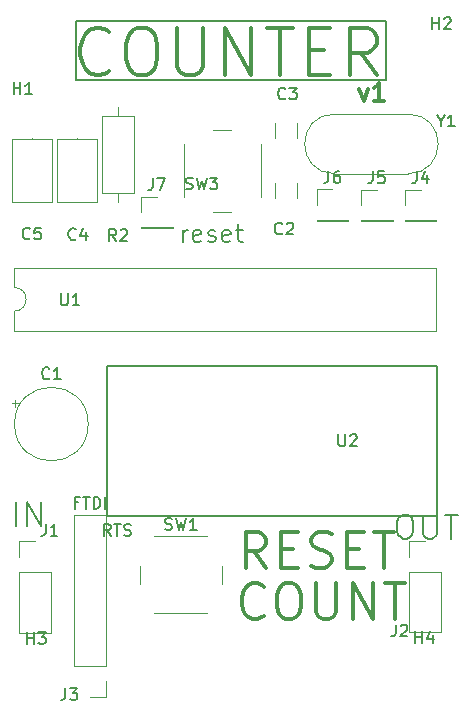
<source format=gto>
G04 #@! TF.GenerationSoftware,KiCad,Pcbnew,5.0.0-fee4fd1~66~ubuntu14.04.1*
G04 #@! TF.CreationDate,2018-10-15T15:43:49-07:00*
G04 #@! TF.ProjectId,count,636F756E742E6B696361645F70636200,rev?*
G04 #@! TF.SameCoordinates,Original*
G04 #@! TF.FileFunction,Legend,Top*
G04 #@! TF.FilePolarity,Positive*
%FSLAX46Y46*%
G04 Gerber Fmt 4.6, Leading zero omitted, Abs format (unit mm)*
G04 Created by KiCad (PCBNEW 5.0.0-fee4fd1~66~ubuntu14.04.1) date Mon Oct 15 15:43:49 2018*
%MOMM*%
%LPD*%
G01*
G04 APERTURE LIST*
%ADD10C,0.200000*%
%ADD11C,0.300000*%
%ADD12C,0.150000*%
%ADD13C,0.120000*%
G04 APERTURE END LIST*
D10*
X157512000Y-107515161D02*
X157892952Y-107515161D01*
X158083428Y-107610400D01*
X158273904Y-107800876D01*
X158369142Y-108181828D01*
X158369142Y-108848495D01*
X158273904Y-109229447D01*
X158083428Y-109419923D01*
X157892952Y-109515161D01*
X157512000Y-109515161D01*
X157321523Y-109419923D01*
X157131047Y-109229447D01*
X157035809Y-108848495D01*
X157035809Y-108181828D01*
X157131047Y-107800876D01*
X157321523Y-107610400D01*
X157512000Y-107515161D01*
X159226285Y-107515161D02*
X159226285Y-109134209D01*
X159321523Y-109324685D01*
X159416761Y-109419923D01*
X159607238Y-109515161D01*
X159988190Y-109515161D01*
X160178666Y-109419923D01*
X160273904Y-109324685D01*
X160369142Y-109134209D01*
X160369142Y-107515161D01*
X161035809Y-107515161D02*
X162178666Y-107515161D01*
X161607238Y-109515161D02*
X161607238Y-107515161D01*
X156042360Y-65755520D02*
X156042360Y-70655180D01*
D11*
X145706128Y-116031828D02*
X145563271Y-116174685D01*
X145134700Y-116317542D01*
X144848985Y-116317542D01*
X144420414Y-116174685D01*
X144134700Y-115888971D01*
X143991842Y-115603257D01*
X143848985Y-115031828D01*
X143848985Y-114603257D01*
X143991842Y-114031828D01*
X144134700Y-113746114D01*
X144420414Y-113460400D01*
X144848985Y-113317542D01*
X145134700Y-113317542D01*
X145563271Y-113460400D01*
X145706128Y-113603257D01*
X147563271Y-113317542D02*
X148134700Y-113317542D01*
X148420414Y-113460400D01*
X148706128Y-113746114D01*
X148848985Y-114317542D01*
X148848985Y-115317542D01*
X148706128Y-115888971D01*
X148420414Y-116174685D01*
X148134700Y-116317542D01*
X147563271Y-116317542D01*
X147277557Y-116174685D01*
X146991842Y-115888971D01*
X146848985Y-115317542D01*
X146848985Y-114317542D01*
X146991842Y-113746114D01*
X147277557Y-113460400D01*
X147563271Y-113317542D01*
X150134700Y-113317542D02*
X150134700Y-115746114D01*
X150277557Y-116031828D01*
X150420414Y-116174685D01*
X150706128Y-116317542D01*
X151277557Y-116317542D01*
X151563271Y-116174685D01*
X151706128Y-116031828D01*
X151848985Y-115746114D01*
X151848985Y-113317542D01*
X153277557Y-116317542D02*
X153277557Y-113317542D01*
X154991842Y-116317542D01*
X154991842Y-113317542D01*
X155991842Y-113317542D02*
X157706128Y-113317542D01*
X156848985Y-116317542D02*
X156848985Y-113317542D01*
X145896557Y-111986842D02*
X144896557Y-110558271D01*
X144182271Y-111986842D02*
X144182271Y-108986842D01*
X145325128Y-108986842D01*
X145610842Y-109129700D01*
X145753700Y-109272557D01*
X145896557Y-109558271D01*
X145896557Y-109986842D01*
X145753700Y-110272557D01*
X145610842Y-110415414D01*
X145325128Y-110558271D01*
X144182271Y-110558271D01*
X147182271Y-110415414D02*
X148182271Y-110415414D01*
X148610842Y-111986842D02*
X147182271Y-111986842D01*
X147182271Y-108986842D01*
X148610842Y-108986842D01*
X149753700Y-111843985D02*
X150182271Y-111986842D01*
X150896557Y-111986842D01*
X151182271Y-111843985D01*
X151325128Y-111701128D01*
X151467985Y-111415414D01*
X151467985Y-111129700D01*
X151325128Y-110843985D01*
X151182271Y-110701128D01*
X150896557Y-110558271D01*
X150325128Y-110415414D01*
X150039414Y-110272557D01*
X149896557Y-110129700D01*
X149753700Y-109843985D01*
X149753700Y-109558271D01*
X149896557Y-109272557D01*
X150039414Y-109129700D01*
X150325128Y-108986842D01*
X151039414Y-108986842D01*
X151467985Y-109129700D01*
X152753700Y-110415414D02*
X153753700Y-110415414D01*
X154182271Y-111986842D02*
X152753700Y-111986842D01*
X152753700Y-108986842D01*
X154182271Y-108986842D01*
X155039414Y-108986842D02*
X156753700Y-108986842D01*
X155896557Y-111986842D02*
X155896557Y-108986842D01*
X153817771Y-71458971D02*
X154174914Y-72458971D01*
X154532057Y-71458971D01*
X155889200Y-72458971D02*
X155032057Y-72458971D01*
X155460628Y-72458971D02*
X155460628Y-70958971D01*
X155317771Y-71173257D01*
X155174914Y-71316114D01*
X155032057Y-71387542D01*
D12*
X132751580Y-109291380D02*
X132418247Y-108815190D01*
X132180152Y-109291380D02*
X132180152Y-108291380D01*
X132561104Y-108291380D01*
X132656342Y-108339000D01*
X132703961Y-108386619D01*
X132751580Y-108481857D01*
X132751580Y-108624714D01*
X132703961Y-108719952D01*
X132656342Y-108767571D01*
X132561104Y-108815190D01*
X132180152Y-108815190D01*
X133037295Y-108291380D02*
X133608723Y-108291380D01*
X133323009Y-109291380D02*
X133323009Y-108291380D01*
X133894438Y-109243761D02*
X134037295Y-109291380D01*
X134275390Y-109291380D01*
X134370628Y-109243761D01*
X134418247Y-109196142D01*
X134465866Y-109100904D01*
X134465866Y-109005666D01*
X134418247Y-108910428D01*
X134370628Y-108862809D01*
X134275390Y-108815190D01*
X134084914Y-108767571D01*
X133989676Y-108719952D01*
X133942057Y-108672333D01*
X133894438Y-108577095D01*
X133894438Y-108481857D01*
X133942057Y-108386619D01*
X133989676Y-108339000D01*
X134084914Y-108291380D01*
X134323009Y-108291380D01*
X134465866Y-108339000D01*
D10*
X124733180Y-108448361D02*
X124733180Y-106448361D01*
X125685561Y-108448361D02*
X125685561Y-106448361D01*
X126828419Y-108448361D01*
X126828419Y-106448361D01*
D12*
X138871628Y-84396971D02*
X138871628Y-83396971D01*
X138871628Y-83682685D02*
X138943057Y-83539828D01*
X139014485Y-83468400D01*
X139157342Y-83396971D01*
X139300200Y-83396971D01*
X140371628Y-84325542D02*
X140228771Y-84396971D01*
X139943057Y-84396971D01*
X139800200Y-84325542D01*
X139728771Y-84182685D01*
X139728771Y-83611257D01*
X139800200Y-83468400D01*
X139943057Y-83396971D01*
X140228771Y-83396971D01*
X140371628Y-83468400D01*
X140443057Y-83611257D01*
X140443057Y-83754114D01*
X139728771Y-83896971D01*
X141014485Y-84325542D02*
X141157342Y-84396971D01*
X141443057Y-84396971D01*
X141585914Y-84325542D01*
X141657342Y-84182685D01*
X141657342Y-84111257D01*
X141585914Y-83968400D01*
X141443057Y-83896971D01*
X141228771Y-83896971D01*
X141085914Y-83825542D01*
X141014485Y-83682685D01*
X141014485Y-83611257D01*
X141085914Y-83468400D01*
X141228771Y-83396971D01*
X141443057Y-83396971D01*
X141585914Y-83468400D01*
X142871628Y-84325542D02*
X142728771Y-84396971D01*
X142443057Y-84396971D01*
X142300200Y-84325542D01*
X142228771Y-84182685D01*
X142228771Y-83611257D01*
X142300200Y-83468400D01*
X142443057Y-83396971D01*
X142728771Y-83396971D01*
X142871628Y-83468400D01*
X142943057Y-83611257D01*
X142943057Y-83754114D01*
X142228771Y-83896971D01*
X143371628Y-83396971D02*
X143943057Y-83396971D01*
X143585914Y-82896971D02*
X143585914Y-84182685D01*
X143657342Y-84325542D01*
X143800200Y-84396971D01*
X143943057Y-84396971D01*
D10*
X129819400Y-70688200D02*
X129819400Y-65760600D01*
X156032200Y-70662800D02*
X129794000Y-70662800D01*
X129819400Y-65735200D02*
X156057600Y-65735200D01*
D11*
X132613871Y-69894271D02*
X132428157Y-70084747D01*
X131871014Y-70275223D01*
X131499585Y-70275223D01*
X130942442Y-70084747D01*
X130571014Y-69703795D01*
X130385300Y-69322842D01*
X130199585Y-68560938D01*
X130199585Y-67989509D01*
X130385300Y-67227604D01*
X130571014Y-66846652D01*
X130942442Y-66465700D01*
X131499585Y-66275223D01*
X131871014Y-66275223D01*
X132428157Y-66465700D01*
X132613871Y-66656176D01*
X135028157Y-66275223D02*
X135771014Y-66275223D01*
X136142442Y-66465700D01*
X136513871Y-66846652D01*
X136699585Y-67608557D01*
X136699585Y-68941890D01*
X136513871Y-69703795D01*
X136142442Y-70084747D01*
X135771014Y-70275223D01*
X135028157Y-70275223D01*
X134656728Y-70084747D01*
X134285300Y-69703795D01*
X134099585Y-68941890D01*
X134099585Y-67608557D01*
X134285300Y-66846652D01*
X134656728Y-66465700D01*
X135028157Y-66275223D01*
X138371014Y-66275223D02*
X138371014Y-69513319D01*
X138556728Y-69894271D01*
X138742442Y-70084747D01*
X139113871Y-70275223D01*
X139856728Y-70275223D01*
X140228157Y-70084747D01*
X140413871Y-69894271D01*
X140599585Y-69513319D01*
X140599585Y-66275223D01*
X142456728Y-70275223D02*
X142456728Y-66275223D01*
X144685300Y-70275223D01*
X144685300Y-66275223D01*
X145985300Y-66275223D02*
X148213871Y-66275223D01*
X147099585Y-70275223D02*
X147099585Y-66275223D01*
X149513871Y-68179985D02*
X150813871Y-68179985D01*
X151371014Y-70275223D02*
X149513871Y-70275223D01*
X149513871Y-66275223D01*
X151371014Y-66275223D01*
X155271014Y-70275223D02*
X153971014Y-68370461D01*
X153042442Y-70275223D02*
X153042442Y-66275223D01*
X154528157Y-66275223D01*
X154899585Y-66465700D01*
X155085300Y-66656176D01*
X155271014Y-67037128D01*
X155271014Y-67608557D01*
X155085300Y-67989509D01*
X154899585Y-68179985D01*
X154528157Y-68370461D01*
X153042442Y-68370461D01*
D13*
G04 #@! TO.C,U1*
X124603200Y-88255600D02*
G75*
G02X124603200Y-90255600I0J-1000000D01*
G01*
X124603200Y-90255600D02*
X124603200Y-91905600D01*
X124603200Y-91905600D02*
X160283200Y-91905600D01*
X160283200Y-91905600D02*
X160283200Y-86605600D01*
X160283200Y-86605600D02*
X124603200Y-86605600D01*
X124603200Y-86605600D02*
X124603200Y-88255600D01*
D12*
G04 #@! TO.C,U2*
X132486400Y-94894400D02*
X132486400Y-107594400D01*
X132486400Y-107594400D02*
X160426400Y-107594400D01*
X160426400Y-107594400D02*
X160426400Y-94894400D01*
X160426400Y-94894400D02*
X132486400Y-94894400D01*
D13*
G04 #@! TO.C,J3*
X132343200Y-107534400D02*
X129683200Y-107534400D01*
X132343200Y-120294400D02*
X132343200Y-107534400D01*
X129683200Y-120294400D02*
X129683200Y-107534400D01*
X132343200Y-120294400D02*
X129683200Y-120294400D01*
X132343200Y-121564400D02*
X132343200Y-122894400D01*
X132343200Y-122894400D02*
X131013200Y-122894400D01*
G04 #@! TO.C,C1*
X130862000Y-99822000D02*
G75*
G03X130862000Y-99822000I-3120000J0D01*
G01*
X124402251Y-98067000D02*
X125002251Y-98067000D01*
X124702251Y-97767000D02*
X124702251Y-98367000D01*
G04 #@! TO.C,C2*
X146679400Y-79411800D02*
X146679400Y-80669800D01*
X148519400Y-79411800D02*
X148519400Y-80669800D01*
G04 #@! TO.C,C3*
X146679400Y-75627900D02*
X146679400Y-74369900D01*
X148519400Y-75627900D02*
X148519400Y-74369900D01*
G04 #@! TO.C,C4*
X129895600Y-75607400D02*
X129895600Y-75647400D01*
X129895600Y-81027400D02*
X129895600Y-80987400D01*
X128225600Y-75647400D02*
X128225600Y-80987400D01*
X131565600Y-75647400D02*
X128225600Y-75647400D01*
X131565600Y-80987400D02*
X131565600Y-75647400D01*
X128225600Y-80987400D02*
X131565600Y-80987400D01*
G04 #@! TO.C,C5*
X127755600Y-75654400D02*
X124415600Y-75654400D01*
X124415600Y-75654400D02*
X124415600Y-80994400D01*
X124415600Y-80994400D02*
X127755600Y-80994400D01*
X127755600Y-80994400D02*
X127755600Y-75654400D01*
X126085600Y-75614400D02*
X126085600Y-75654400D01*
X126085600Y-81034400D02*
X126085600Y-80994400D01*
G04 #@! TO.C,J1*
X125035000Y-109744200D02*
X126365000Y-109744200D01*
X125035000Y-111074200D02*
X125035000Y-109744200D01*
X125035000Y-112344200D02*
X127695000Y-112344200D01*
X127695000Y-112344200D02*
X127695000Y-117484200D01*
X125035000Y-112344200D02*
X125035000Y-117484200D01*
X125035000Y-117484200D02*
X127695000Y-117484200D01*
G04 #@! TO.C,J2*
X158055000Y-117458800D02*
X160715000Y-117458800D01*
X158055000Y-112318800D02*
X158055000Y-117458800D01*
X160715000Y-112318800D02*
X160715000Y-117458800D01*
X158055000Y-112318800D02*
X160715000Y-112318800D01*
X158055000Y-111048800D02*
X158055000Y-109718800D01*
X158055000Y-109718800D02*
X159385000Y-109718800D01*
G04 #@! TO.C,R2*
X133400800Y-72972800D02*
X133400800Y-73742800D01*
X133400800Y-81052800D02*
X133400800Y-80282800D01*
X132030800Y-73742800D02*
X132030800Y-80282800D01*
X134770800Y-73742800D02*
X132030800Y-73742800D01*
X134770800Y-80282800D02*
X134770800Y-73742800D01*
X132030800Y-80282800D02*
X134770800Y-80282800D01*
G04 #@! TO.C,SW3*
X142954000Y-74885600D02*
X141454000Y-74885600D01*
X138954000Y-76135600D02*
X138954000Y-80635600D01*
X141454000Y-81885600D02*
X142954000Y-81885600D01*
X145454000Y-80635600D02*
X145454000Y-76135600D01*
G04 #@! TO.C,Y1*
X151712300Y-73573400D02*
X157962300Y-73573400D01*
X151712300Y-78623400D02*
X157962300Y-78623400D01*
X151712300Y-78623400D02*
G75*
G02X151712300Y-73573400I0J2525000D01*
G01*
X157962300Y-78623400D02*
G75*
G03X157962300Y-73573400I0J2525000D01*
G01*
G04 #@! TO.C,J4*
X157674000Y-82635400D02*
X160334000Y-82635400D01*
X157674000Y-82575400D02*
X157674000Y-82635400D01*
X160334000Y-82575400D02*
X160334000Y-82635400D01*
X157674000Y-82575400D02*
X160334000Y-82575400D01*
X157674000Y-81305400D02*
X157674000Y-79975400D01*
X157674000Y-79975400D02*
X159004000Y-79975400D01*
G04 #@! TO.C,J5*
X153965600Y-79975400D02*
X155295600Y-79975400D01*
X153965600Y-81305400D02*
X153965600Y-79975400D01*
X153965600Y-82575400D02*
X156625600Y-82575400D01*
X156625600Y-82575400D02*
X156625600Y-82635400D01*
X153965600Y-82575400D02*
X153965600Y-82635400D01*
X153965600Y-82635400D02*
X156625600Y-82635400D01*
G04 #@! TO.C,J6*
X150206400Y-82622700D02*
X152866400Y-82622700D01*
X150206400Y-82562700D02*
X150206400Y-82622700D01*
X152866400Y-82562700D02*
X152866400Y-82622700D01*
X150206400Y-82562700D02*
X152866400Y-82562700D01*
X150206400Y-81292700D02*
X150206400Y-79962700D01*
X150206400Y-79962700D02*
X151536400Y-79962700D01*
G04 #@! TO.C,J7*
X135347400Y-80559600D02*
X136677400Y-80559600D01*
X135347400Y-81889600D02*
X135347400Y-80559600D01*
X135347400Y-83159600D02*
X138007400Y-83159600D01*
X138007400Y-83159600D02*
X138007400Y-83219600D01*
X135347400Y-83159600D02*
X135347400Y-83219600D01*
X135347400Y-83219600D02*
X138007400Y-83219600D01*
G04 #@! TO.C,SW1*
X142208200Y-113337600D02*
X142208200Y-111837600D01*
X140958200Y-109337600D02*
X136458200Y-109337600D01*
X135208200Y-111837600D02*
X135208200Y-113337600D01*
X136458200Y-115837600D02*
X140958200Y-115837600D01*
G04 #@! TO.C,U1*
D12*
X128549495Y-88758780D02*
X128549495Y-89568304D01*
X128597114Y-89663542D01*
X128644733Y-89711161D01*
X128739971Y-89758780D01*
X128930447Y-89758780D01*
X129025685Y-89711161D01*
X129073304Y-89663542D01*
X129120923Y-89568304D01*
X129120923Y-88758780D01*
X130120923Y-89758780D02*
X129549495Y-89758780D01*
X129835209Y-89758780D02*
X129835209Y-88758780D01*
X129739971Y-88901638D01*
X129644733Y-88996876D01*
X129549495Y-89044495D01*
G04 #@! TO.C,U2*
X152044495Y-100696780D02*
X152044495Y-101506304D01*
X152092114Y-101601542D01*
X152139733Y-101649161D01*
X152234971Y-101696780D01*
X152425447Y-101696780D01*
X152520685Y-101649161D01*
X152568304Y-101601542D01*
X152615923Y-101506304D01*
X152615923Y-100696780D01*
X153044495Y-100792019D02*
X153092114Y-100744400D01*
X153187352Y-100696780D01*
X153425447Y-100696780D01*
X153520685Y-100744400D01*
X153568304Y-100792019D01*
X153615923Y-100887257D01*
X153615923Y-100982495D01*
X153568304Y-101125352D01*
X152996876Y-101696780D01*
X153615923Y-101696780D01*
G04 #@! TO.C,J3*
X128927266Y-122185180D02*
X128927266Y-122899466D01*
X128879647Y-123042323D01*
X128784409Y-123137561D01*
X128641552Y-123185180D01*
X128546314Y-123185180D01*
X129308219Y-122185180D02*
X129927266Y-122185180D01*
X129593933Y-122566133D01*
X129736790Y-122566133D01*
X129832028Y-122613752D01*
X129879647Y-122661371D01*
X129927266Y-122756609D01*
X129927266Y-122994704D01*
X129879647Y-123089942D01*
X129832028Y-123137561D01*
X129736790Y-123185180D01*
X129451076Y-123185180D01*
X129355838Y-123137561D01*
X129308219Y-123089942D01*
X130037009Y-106462971D02*
X129703676Y-106462971D01*
X129703676Y-106986780D02*
X129703676Y-105986780D01*
X130179866Y-105986780D01*
X130417961Y-105986780D02*
X130989390Y-105986780D01*
X130703676Y-106986780D02*
X130703676Y-105986780D01*
X131322723Y-106986780D02*
X131322723Y-105986780D01*
X131560819Y-105986780D01*
X131703676Y-106034400D01*
X131798914Y-106129638D01*
X131846533Y-106224876D01*
X131894152Y-106415352D01*
X131894152Y-106558209D01*
X131846533Y-106748685D01*
X131798914Y-106843923D01*
X131703676Y-106939161D01*
X131560819Y-106986780D01*
X131322723Y-106986780D01*
X132322723Y-106986780D02*
X132322723Y-105986780D01*
G04 #@! TO.C,C1*
X127575333Y-95929142D02*
X127527714Y-95976761D01*
X127384857Y-96024380D01*
X127289619Y-96024380D01*
X127146761Y-95976761D01*
X127051523Y-95881523D01*
X127003904Y-95786285D01*
X126956285Y-95595809D01*
X126956285Y-95452952D01*
X127003904Y-95262476D01*
X127051523Y-95167238D01*
X127146761Y-95072000D01*
X127289619Y-95024380D01*
X127384857Y-95024380D01*
X127527714Y-95072000D01*
X127575333Y-95119619D01*
X128527714Y-96024380D02*
X127956285Y-96024380D01*
X128242000Y-96024380D02*
X128242000Y-95024380D01*
X128146761Y-95167238D01*
X128051523Y-95262476D01*
X127956285Y-95310095D01*
G04 #@! TO.C,C2*
X147280333Y-83669142D02*
X147232714Y-83716761D01*
X147089857Y-83764380D01*
X146994619Y-83764380D01*
X146851761Y-83716761D01*
X146756523Y-83621523D01*
X146708904Y-83526285D01*
X146661285Y-83335809D01*
X146661285Y-83192952D01*
X146708904Y-83002476D01*
X146756523Y-82907238D01*
X146851761Y-82812000D01*
X146994619Y-82764380D01*
X147089857Y-82764380D01*
X147232714Y-82812000D01*
X147280333Y-82859619D01*
X147661285Y-82859619D02*
X147708904Y-82812000D01*
X147804142Y-82764380D01*
X148042238Y-82764380D01*
X148137476Y-82812000D01*
X148185095Y-82859619D01*
X148232714Y-82954857D01*
X148232714Y-83050095D01*
X148185095Y-83192952D01*
X147613666Y-83764380D01*
X148232714Y-83764380D01*
G04 #@! TO.C,C3*
X147559733Y-72239142D02*
X147512114Y-72286761D01*
X147369257Y-72334380D01*
X147274019Y-72334380D01*
X147131161Y-72286761D01*
X147035923Y-72191523D01*
X146988304Y-72096285D01*
X146940685Y-71905809D01*
X146940685Y-71762952D01*
X146988304Y-71572476D01*
X147035923Y-71477238D01*
X147131161Y-71382000D01*
X147274019Y-71334380D01*
X147369257Y-71334380D01*
X147512114Y-71382000D01*
X147559733Y-71429619D01*
X147893066Y-71334380D02*
X148512114Y-71334380D01*
X148178780Y-71715333D01*
X148321638Y-71715333D01*
X148416876Y-71762952D01*
X148464495Y-71810571D01*
X148512114Y-71905809D01*
X148512114Y-72143904D01*
X148464495Y-72239142D01*
X148416876Y-72286761D01*
X148321638Y-72334380D01*
X148035923Y-72334380D01*
X147940685Y-72286761D01*
X147893066Y-72239142D01*
G04 #@! TO.C,C4*
X129805133Y-84151742D02*
X129757514Y-84199361D01*
X129614657Y-84246980D01*
X129519419Y-84246980D01*
X129376561Y-84199361D01*
X129281323Y-84104123D01*
X129233704Y-84008885D01*
X129186085Y-83818409D01*
X129186085Y-83675552D01*
X129233704Y-83485076D01*
X129281323Y-83389838D01*
X129376561Y-83294600D01*
X129519419Y-83246980D01*
X129614657Y-83246980D01*
X129757514Y-83294600D01*
X129805133Y-83342219D01*
X130662276Y-83580314D02*
X130662276Y-84246980D01*
X130424180Y-83199361D02*
X130186085Y-83913647D01*
X130805133Y-83913647D01*
G04 #@! TO.C,C5*
X125918933Y-84100942D02*
X125871314Y-84148561D01*
X125728457Y-84196180D01*
X125633219Y-84196180D01*
X125490361Y-84148561D01*
X125395123Y-84053323D01*
X125347504Y-83958085D01*
X125299885Y-83767609D01*
X125299885Y-83624752D01*
X125347504Y-83434276D01*
X125395123Y-83339038D01*
X125490361Y-83243800D01*
X125633219Y-83196180D01*
X125728457Y-83196180D01*
X125871314Y-83243800D01*
X125918933Y-83291419D01*
X126823695Y-83196180D02*
X126347504Y-83196180D01*
X126299885Y-83672371D01*
X126347504Y-83624752D01*
X126442742Y-83577133D01*
X126680838Y-83577133D01*
X126776076Y-83624752D01*
X126823695Y-83672371D01*
X126871314Y-83767609D01*
X126871314Y-84005704D01*
X126823695Y-84100942D01*
X126776076Y-84148561D01*
X126680838Y-84196180D01*
X126442742Y-84196180D01*
X126347504Y-84148561D01*
X126299885Y-84100942D01*
G04 #@! TO.C,J1*
X127250866Y-108291380D02*
X127250866Y-109005666D01*
X127203247Y-109148523D01*
X127108009Y-109243761D01*
X126965152Y-109291380D01*
X126869914Y-109291380D01*
X128250866Y-109291380D02*
X127679438Y-109291380D01*
X127965152Y-109291380D02*
X127965152Y-108291380D01*
X127869914Y-108434238D01*
X127774676Y-108529476D01*
X127679438Y-108577095D01*
G04 #@! TO.C,J2*
X156892666Y-116800380D02*
X156892666Y-117514666D01*
X156845047Y-117657523D01*
X156749809Y-117752761D01*
X156606952Y-117800380D01*
X156511714Y-117800380D01*
X157321238Y-116895619D02*
X157368857Y-116848000D01*
X157464095Y-116800380D01*
X157702190Y-116800380D01*
X157797428Y-116848000D01*
X157845047Y-116895619D01*
X157892666Y-116990857D01*
X157892666Y-117086095D01*
X157845047Y-117228952D01*
X157273619Y-117800380D01*
X157892666Y-117800380D01*
G04 #@! TO.C,R2*
X133234133Y-84323180D02*
X132900800Y-83846990D01*
X132662704Y-84323180D02*
X132662704Y-83323180D01*
X133043657Y-83323180D01*
X133138895Y-83370800D01*
X133186514Y-83418419D01*
X133234133Y-83513657D01*
X133234133Y-83656514D01*
X133186514Y-83751752D01*
X133138895Y-83799371D01*
X133043657Y-83846990D01*
X132662704Y-83846990D01*
X133615085Y-83418419D02*
X133662704Y-83370800D01*
X133757942Y-83323180D01*
X133996038Y-83323180D01*
X134091276Y-83370800D01*
X134138895Y-83418419D01*
X134186514Y-83513657D01*
X134186514Y-83608895D01*
X134138895Y-83751752D01*
X133567466Y-84323180D01*
X134186514Y-84323180D01*
G04 #@! TO.C,SW3*
X139128666Y-79906761D02*
X139271523Y-79954380D01*
X139509619Y-79954380D01*
X139604857Y-79906761D01*
X139652476Y-79859142D01*
X139700095Y-79763904D01*
X139700095Y-79668666D01*
X139652476Y-79573428D01*
X139604857Y-79525809D01*
X139509619Y-79478190D01*
X139319142Y-79430571D01*
X139223904Y-79382952D01*
X139176285Y-79335333D01*
X139128666Y-79240095D01*
X139128666Y-79144857D01*
X139176285Y-79049619D01*
X139223904Y-79002000D01*
X139319142Y-78954380D01*
X139557238Y-78954380D01*
X139700095Y-79002000D01*
X140033428Y-78954380D02*
X140271523Y-79954380D01*
X140462000Y-79240095D01*
X140652476Y-79954380D01*
X140890571Y-78954380D01*
X141176285Y-78954380D02*
X141795333Y-78954380D01*
X141462000Y-79335333D01*
X141604857Y-79335333D01*
X141700095Y-79382952D01*
X141747714Y-79430571D01*
X141795333Y-79525809D01*
X141795333Y-79763904D01*
X141747714Y-79859142D01*
X141700095Y-79906761D01*
X141604857Y-79954380D01*
X141319142Y-79954380D01*
X141223904Y-79906761D01*
X141176285Y-79859142D01*
G04 #@! TO.C,Y1*
X160712209Y-74144190D02*
X160712209Y-74620380D01*
X160378876Y-73620380D02*
X160712209Y-74144190D01*
X161045542Y-73620380D01*
X161902685Y-74620380D02*
X161331257Y-74620380D01*
X161616971Y-74620380D02*
X161616971Y-73620380D01*
X161521733Y-73763238D01*
X161426495Y-73858476D01*
X161331257Y-73906095D01*
G04 #@! TO.C,H1*
X124536295Y-71902580D02*
X124536295Y-70902580D01*
X124536295Y-71378771D02*
X125107723Y-71378771D01*
X125107723Y-71902580D02*
X125107723Y-70902580D01*
X126107723Y-71902580D02*
X125536295Y-71902580D01*
X125822009Y-71902580D02*
X125822009Y-70902580D01*
X125726771Y-71045438D01*
X125631533Y-71140676D01*
X125536295Y-71188295D01*
G04 #@! TO.C,H2*
X159994695Y-66390780D02*
X159994695Y-65390780D01*
X159994695Y-65866971D02*
X160566123Y-65866971D01*
X160566123Y-66390780D02*
X160566123Y-65390780D01*
X160994695Y-65486019D02*
X161042314Y-65438400D01*
X161137552Y-65390780D01*
X161375647Y-65390780D01*
X161470885Y-65438400D01*
X161518504Y-65486019D01*
X161566123Y-65581257D01*
X161566123Y-65676495D01*
X161518504Y-65819352D01*
X160947076Y-66390780D01*
X161566123Y-66390780D01*
G04 #@! TO.C,H3*
X125679295Y-118435780D02*
X125679295Y-117435780D01*
X125679295Y-117911971D02*
X126250723Y-117911971D01*
X126250723Y-118435780D02*
X126250723Y-117435780D01*
X126631676Y-117435780D02*
X127250723Y-117435780D01*
X126917390Y-117816733D01*
X127060247Y-117816733D01*
X127155485Y-117864352D01*
X127203104Y-117911971D01*
X127250723Y-118007209D01*
X127250723Y-118245304D01*
X127203104Y-118340542D01*
X127155485Y-118388161D01*
X127060247Y-118435780D01*
X126774533Y-118435780D01*
X126679295Y-118388161D01*
X126631676Y-118340542D01*
G04 #@! TO.C,H4*
X158546895Y-118384980D02*
X158546895Y-117384980D01*
X158546895Y-117861171D02*
X159118323Y-117861171D01*
X159118323Y-118384980D02*
X159118323Y-117384980D01*
X160023085Y-117718314D02*
X160023085Y-118384980D01*
X159784990Y-117337361D02*
X159546895Y-118051647D01*
X160165942Y-118051647D01*
G04 #@! TO.C,J4*
X158670666Y-78427780D02*
X158670666Y-79142066D01*
X158623047Y-79284923D01*
X158527809Y-79380161D01*
X158384952Y-79427780D01*
X158289714Y-79427780D01*
X159575428Y-78761114D02*
X159575428Y-79427780D01*
X159337333Y-78380161D02*
X159099238Y-79094447D01*
X159718285Y-79094447D01*
G04 #@! TO.C,J5*
X154962266Y-78427780D02*
X154962266Y-79142066D01*
X154914647Y-79284923D01*
X154819409Y-79380161D01*
X154676552Y-79427780D01*
X154581314Y-79427780D01*
X155914647Y-78427780D02*
X155438457Y-78427780D01*
X155390838Y-78903971D01*
X155438457Y-78856352D01*
X155533695Y-78808733D01*
X155771790Y-78808733D01*
X155867028Y-78856352D01*
X155914647Y-78903971D01*
X155962266Y-78999209D01*
X155962266Y-79237304D01*
X155914647Y-79332542D01*
X155867028Y-79380161D01*
X155771790Y-79427780D01*
X155533695Y-79427780D01*
X155438457Y-79380161D01*
X155390838Y-79332542D01*
G04 #@! TO.C,J6*
X151203066Y-78415080D02*
X151203066Y-79129366D01*
X151155447Y-79272223D01*
X151060209Y-79367461D01*
X150917352Y-79415080D01*
X150822114Y-79415080D01*
X152107828Y-78415080D02*
X151917352Y-78415080D01*
X151822114Y-78462700D01*
X151774495Y-78510319D01*
X151679257Y-78653176D01*
X151631638Y-78843652D01*
X151631638Y-79224604D01*
X151679257Y-79319842D01*
X151726876Y-79367461D01*
X151822114Y-79415080D01*
X152012590Y-79415080D01*
X152107828Y-79367461D01*
X152155447Y-79319842D01*
X152203066Y-79224604D01*
X152203066Y-78986509D01*
X152155447Y-78891271D01*
X152107828Y-78843652D01*
X152012590Y-78796033D01*
X151822114Y-78796033D01*
X151726876Y-78843652D01*
X151679257Y-78891271D01*
X151631638Y-78986509D01*
G04 #@! TO.C,J7*
X136344066Y-79011980D02*
X136344066Y-79726266D01*
X136296447Y-79869123D01*
X136201209Y-79964361D01*
X136058352Y-80011980D01*
X135963114Y-80011980D01*
X136725019Y-79011980D02*
X137391685Y-79011980D01*
X136963114Y-80011980D01*
G04 #@! TO.C,SW1*
X137374866Y-108742361D02*
X137517723Y-108789980D01*
X137755819Y-108789980D01*
X137851057Y-108742361D01*
X137898676Y-108694742D01*
X137946295Y-108599504D01*
X137946295Y-108504266D01*
X137898676Y-108409028D01*
X137851057Y-108361409D01*
X137755819Y-108313790D01*
X137565342Y-108266171D01*
X137470104Y-108218552D01*
X137422485Y-108170933D01*
X137374866Y-108075695D01*
X137374866Y-107980457D01*
X137422485Y-107885219D01*
X137470104Y-107837600D01*
X137565342Y-107789980D01*
X137803438Y-107789980D01*
X137946295Y-107837600D01*
X138279628Y-107789980D02*
X138517723Y-108789980D01*
X138708200Y-108075695D01*
X138898676Y-108789980D01*
X139136771Y-107789980D01*
X140041533Y-108789980D02*
X139470104Y-108789980D01*
X139755819Y-108789980D02*
X139755819Y-107789980D01*
X139660580Y-107932838D01*
X139565342Y-108028076D01*
X139470104Y-108075695D01*
G04 #@! TD*
M02*

</source>
